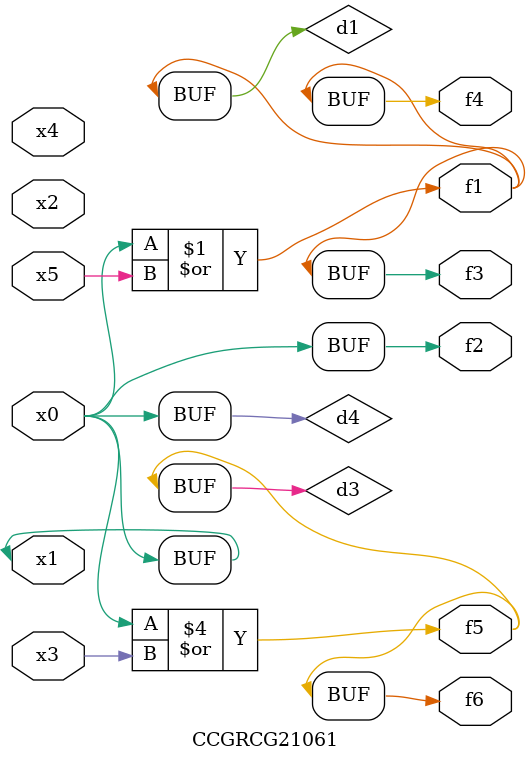
<source format=v>
module CCGRCG21061(
	input x0, x1, x2, x3, x4, x5,
	output f1, f2, f3, f4, f5, f6
);

	wire d1, d2, d3, d4;

	or (d1, x0, x5);
	xnor (d2, x1, x4);
	or (d3, x0, x3);
	buf (d4, x0, x1);
	assign f1 = d1;
	assign f2 = d4;
	assign f3 = d1;
	assign f4 = d1;
	assign f5 = d3;
	assign f6 = d3;
endmodule

</source>
